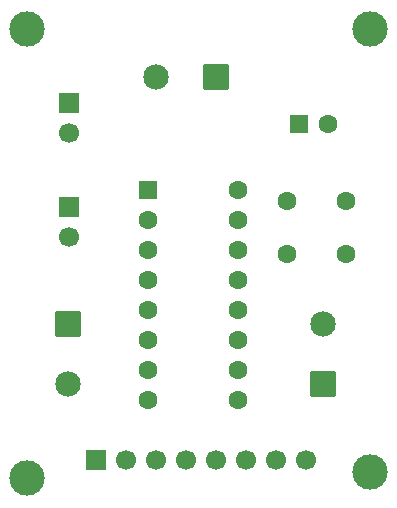
<source format=gbr>
%TF.GenerationSoftware,KiCad,Pcbnew,9.0.4*%
%TF.CreationDate,2025-11-08T17:36:02+05:30*%
%TF.ProjectId,MOTOR_DRIVER,4d4f544f-525f-4445-9249-5645522e6b69,rev?*%
%TF.SameCoordinates,Original*%
%TF.FileFunction,Soldermask,Top*%
%TF.FilePolarity,Negative*%
%FSLAX46Y46*%
G04 Gerber Fmt 4.6, Leading zero omitted, Abs format (unit mm)*
G04 Created by KiCad (PCBNEW 9.0.4) date 2025-11-08 17:36:02*
%MOMM*%
%LPD*%
G01*
G04 APERTURE LIST*
G04 Aperture macros list*
%AMRoundRect*
0 Rectangle with rounded corners*
0 $1 Rounding radius*
0 $2 $3 $4 $5 $6 $7 $8 $9 X,Y pos of 4 corners*
0 Add a 4 corners polygon primitive as box body*
4,1,4,$2,$3,$4,$5,$6,$7,$8,$9,$2,$3,0*
0 Add four circle primitives for the rounded corners*
1,1,$1+$1,$2,$3*
1,1,$1+$1,$4,$5*
1,1,$1+$1,$6,$7*
1,1,$1+$1,$8,$9*
0 Add four rect primitives between the rounded corners*
20,1,$1+$1,$2,$3,$4,$5,0*
20,1,$1+$1,$4,$5,$6,$7,0*
20,1,$1+$1,$6,$7,$8,$9,0*
20,1,$1+$1,$8,$9,$2,$3,0*%
G04 Aperture macros list end*
%ADD10C,3.000000*%
%ADD11RoundRect,0.102000X0.975000X0.975000X-0.975000X0.975000X-0.975000X-0.975000X0.975000X-0.975000X0*%
%ADD12C,2.154000*%
%ADD13C,1.600000*%
%ADD14R,1.700000X1.700000*%
%ADD15C,1.700000*%
%ADD16RoundRect,0.250000X-0.550000X-0.550000X0.550000X-0.550000X0.550000X0.550000X-0.550000X0.550000X0*%
%ADD17RoundRect,0.102000X0.975000X-0.975000X0.975000X0.975000X-0.975000X0.975000X-0.975000X-0.975000X0*%
%ADD18RoundRect,0.102000X-0.975000X0.975000X-0.975000X-0.975000X0.975000X-0.975000X0.975000X0.975000X0*%
G04 APERTURE END LIST*
D10*
%TO.C,REF\u002A\u002A*%
X143000000Y-113000000D03*
%TD*%
%TO.C,REF\u002A\u002A*%
X143000000Y-75000000D03*
%TD*%
%TO.C,REF\u002A\u002A*%
X172000000Y-75000000D03*
%TD*%
%TO.C,REF\u002A\u002A*%
X172000000Y-112500000D03*
%TD*%
D11*
%TO.C,J2*%
X159027500Y-79050000D03*
D12*
X153947500Y-79050000D03*
%TD*%
D13*
%TO.C,C1*%
X165000000Y-89500000D03*
X170000000Y-89500000D03*
%TD*%
D14*
%TO.C,J3*%
X146500000Y-90000000D03*
D15*
X146500000Y-92540000D03*
%TD*%
D16*
%TO.C,U1*%
X153195000Y-88610000D03*
D13*
X153195000Y-91150000D03*
X153195000Y-93690000D03*
X153195000Y-96230000D03*
X153195000Y-98770000D03*
X153195000Y-101310000D03*
X153195000Y-103850000D03*
X153195000Y-106390000D03*
X160815000Y-106390000D03*
X160815000Y-103850000D03*
X160815000Y-101310000D03*
X160815000Y-98770000D03*
X160815000Y-96230000D03*
X160815000Y-93690000D03*
X160815000Y-91150000D03*
X160815000Y-88610000D03*
%TD*%
D16*
%TO.C,C2*%
X166000000Y-83000000D03*
D13*
X168500000Y-83000000D03*
%TD*%
D14*
%TO.C,J1*%
X148840000Y-111500000D03*
D15*
X151380000Y-111500000D03*
X153920000Y-111500000D03*
X156460000Y-111500000D03*
X159000000Y-111500000D03*
X161540000Y-111500000D03*
X164080000Y-111500000D03*
X166620000Y-111500000D03*
%TD*%
D13*
%TO.C,C3*%
X165000000Y-94000000D03*
X170000000Y-94000000D03*
%TD*%
D17*
%TO.C,J6*%
X168025000Y-105027500D03*
D12*
X168025000Y-99947500D03*
%TD*%
D14*
%TO.C,J4*%
X146500000Y-81225000D03*
D15*
X146500000Y-83765000D03*
%TD*%
D18*
%TO.C,J5*%
X146475000Y-99972500D03*
D12*
X146475000Y-105052500D03*
%TD*%
M02*

</source>
